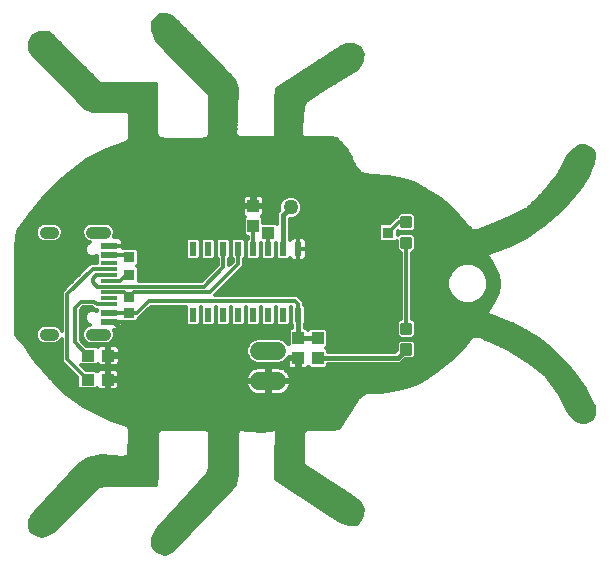
<source format=gtl>
G75*
%MOIN*%
%OFA0B0*%
%FSLAX24Y24*%
%IPPOS*%
%LPD*%
%AMOC8*
5,1,8,0,0,1.08239X$1,22.5*
%
%ADD10R,0.0433X0.0394*%
%ADD11R,0.0394X0.0433*%
%ADD12C,0.0118*%
%ADD13R,0.0236X0.0472*%
%ADD14R,0.0571X0.0118*%
%ADD15R,0.0571X0.0236*%
%ADD16R,0.0571X0.0217*%
%ADD17C,0.0394*%
%ADD18C,0.0600*%
%ADD19C,0.0500*%
%ADD20C,0.0120*%
%ADD21C,0.0160*%
%ADD22R,0.0376X0.0376*%
%ADD23R,0.0400X0.0400*%
D10*
X009822Y013983D03*
X010491Y013983D03*
X010511Y014783D03*
X009842Y014783D03*
D11*
X015346Y019099D03*
X015346Y019768D03*
X016846Y015368D03*
X017496Y015368D03*
X017496Y014699D03*
X016846Y014699D03*
D12*
X020308Y014850D02*
X020584Y014850D01*
X020308Y014850D02*
X020308Y015126D01*
X020584Y015126D01*
X020584Y014850D01*
X020584Y014967D02*
X020308Y014967D01*
X020308Y015084D02*
X020584Y015084D01*
X020584Y015541D02*
X020308Y015541D01*
X020308Y015817D01*
X020584Y015817D01*
X020584Y015541D01*
X020584Y015658D02*
X020308Y015658D01*
X020308Y015775D02*
X020584Y015775D01*
X020584Y018400D02*
X020308Y018400D01*
X020308Y018676D01*
X020584Y018676D01*
X020584Y018400D01*
X020584Y018517D02*
X020308Y018517D01*
X020308Y018634D02*
X020584Y018634D01*
X020584Y019091D02*
X020308Y019091D01*
X020308Y019367D01*
X020584Y019367D01*
X020584Y019091D01*
X020584Y019208D02*
X020308Y019208D01*
X020308Y019325D02*
X020584Y019325D01*
D13*
X016846Y018336D03*
X016346Y018336D03*
X015846Y018336D03*
X015346Y018336D03*
X014846Y018336D03*
X014346Y018336D03*
X013846Y018336D03*
X013346Y018336D03*
X013346Y016131D03*
X013846Y016131D03*
X014346Y016131D03*
X014846Y016131D03*
X015346Y016131D03*
X015846Y016131D03*
X016346Y016131D03*
X016846Y016131D03*
D14*
X010546Y016494D03*
X010546Y016691D03*
X010546Y016888D03*
X010546Y017085D03*
X010546Y017282D03*
X010546Y017479D03*
X010546Y017675D03*
X010546Y017872D03*
D15*
X010546Y018453D03*
X010546Y015914D03*
D16*
X010546Y016219D03*
X010546Y018148D03*
D17*
X010402Y018884D02*
X009970Y018884D01*
X008658Y018884D02*
X008422Y018884D01*
X008422Y015483D02*
X008658Y015483D01*
X009970Y015483D02*
X010402Y015483D01*
D18*
X015546Y014933D02*
X016146Y014933D01*
X016146Y013933D02*
X015546Y013933D01*
D19*
X016596Y019723D03*
D20*
X007896Y009083D02*
X007946Y008933D01*
X008096Y008833D01*
X008296Y008783D01*
X008496Y008833D01*
X008696Y008933D01*
X010196Y010433D01*
X010446Y010483D01*
X012096Y010483D01*
X012146Y010833D01*
X012146Y012233D01*
X012246Y012333D01*
X013746Y012333D01*
X013896Y012283D01*
X013896Y011033D01*
X013846Y010833D01*
X012146Y008983D01*
X011996Y008683D01*
X011996Y008433D01*
X012146Y008283D01*
X012396Y008183D01*
X012646Y008283D01*
X014746Y010483D01*
X014796Y010833D01*
X014796Y012083D01*
X014846Y012333D01*
X015646Y012283D01*
X016146Y012333D01*
X016096Y011233D01*
X016096Y010683D01*
X018246Y009283D01*
X018546Y009183D01*
X018796Y009183D01*
X018946Y009383D01*
X018996Y009633D01*
X018896Y009883D01*
X018646Y010083D01*
X016996Y011133D01*
X016996Y012233D01*
X017146Y012333D01*
X017996Y012333D01*
X018196Y012383D01*
X018846Y013383D01*
X019096Y013583D01*
X019596Y013583D01*
X019996Y013633D01*
X020446Y013733D01*
X020846Y013883D01*
X021096Y014033D01*
X021396Y014233D01*
X022046Y014733D01*
X022446Y015183D01*
X022646Y015433D01*
X022896Y015433D01*
X023796Y015033D01*
X024546Y014583D01*
X025096Y014133D01*
X025546Y013533D01*
X025846Y012933D01*
X026096Y012633D01*
X026296Y012583D01*
X026446Y012583D01*
X026646Y012683D01*
X026696Y012833D01*
X026696Y013083D01*
X026396Y013683D01*
X025996Y014233D01*
X025646Y014633D01*
X025246Y015033D01*
X024796Y015383D01*
X024096Y015783D01*
X023096Y016183D01*
X023396Y016683D01*
X023496Y016883D01*
X023546Y017183D01*
X023496Y017483D01*
X023296Y017883D01*
X023096Y018183D01*
X023946Y018483D01*
X024496Y018783D01*
X025146Y019233D01*
X025596Y019633D01*
X025896Y019983D01*
X026246Y020383D01*
X026496Y020783D01*
X026646Y021133D01*
X026696Y021383D01*
X026696Y021533D01*
X026596Y021683D01*
X026396Y021783D01*
X026246Y021783D01*
X026096Y021683D01*
X025846Y021433D01*
X025496Y020783D01*
X024996Y020183D01*
X024496Y019683D01*
X023796Y019333D01*
X023346Y019133D01*
X022846Y018933D01*
X022646Y018933D01*
X022446Y019133D01*
X021996Y019633D01*
X021896Y019733D01*
X021546Y020033D01*
X021146Y020283D01*
X020696Y020533D01*
X020196Y020683D01*
X019846Y020733D01*
X019296Y020783D01*
X018946Y020833D01*
X018746Y021083D01*
X018446Y021683D01*
X018146Y021983D01*
X017996Y022033D01*
X016996Y022033D01*
X016946Y022183D01*
X016946Y022433D01*
X016996Y023083D01*
X017096Y023283D01*
X017646Y023633D01*
X018796Y024333D01*
X018946Y024533D01*
X018996Y024833D01*
X018896Y025033D01*
X018696Y025133D01*
X018446Y025133D01*
X018296Y025083D01*
X016146Y023683D01*
X016096Y023333D01*
X016096Y022033D01*
X014846Y022033D01*
X014746Y022183D01*
X014796Y023683D01*
X014696Y023983D01*
X012646Y026083D01*
X012446Y026133D01*
X012246Y026133D01*
X011996Y025883D01*
X011996Y025633D01*
X012146Y025283D01*
X013896Y023483D01*
X013896Y022133D01*
X013846Y022033D01*
X013696Y021983D01*
X012346Y021983D01*
X012146Y022083D01*
X012096Y022283D01*
X012096Y023833D01*
X010246Y023833D01*
X008546Y025533D01*
X008246Y025533D01*
X007996Y025433D01*
X007896Y025233D01*
X007896Y024983D01*
X008046Y024783D01*
X009446Y023383D01*
X009746Y023033D01*
X009996Y022933D01*
X011196Y022933D01*
X011246Y022783D01*
X011246Y021983D01*
X011096Y021883D01*
X010546Y021683D01*
X009846Y021333D01*
X009246Y020883D01*
X008846Y020533D01*
X008446Y020133D01*
X007896Y019483D01*
X007496Y018933D01*
X007446Y018433D01*
X007446Y015483D01*
X007746Y015133D01*
X008046Y014683D01*
X008346Y014333D01*
X008596Y014033D01*
X009046Y013583D01*
X009746Y013083D01*
X010196Y012833D01*
X010646Y012633D01*
X010946Y012533D01*
X011196Y012433D01*
X011246Y012283D01*
X011246Y012083D01*
X011196Y011583D01*
X011196Y011433D01*
X010996Y011383D01*
X010296Y011433D01*
X009846Y011333D01*
X009546Y011133D01*
X007996Y009483D01*
X007896Y009283D01*
X007896Y009083D01*
X007900Y009073D02*
X008836Y009073D01*
X008718Y008955D02*
X007939Y008955D01*
X008092Y008836D02*
X008502Y008836D01*
X008955Y009192D02*
X007896Y009192D01*
X007910Y009310D02*
X009073Y009310D01*
X009192Y009429D02*
X007969Y009429D01*
X008056Y009547D02*
X009310Y009547D01*
X009429Y009666D02*
X008168Y009666D01*
X008279Y009784D02*
X009547Y009784D01*
X009666Y009903D02*
X008390Y009903D01*
X008502Y010021D02*
X009784Y010021D01*
X009903Y010140D02*
X008613Y010140D01*
X008724Y010258D02*
X010021Y010258D01*
X010140Y010377D02*
X008836Y010377D01*
X008947Y010495D02*
X012098Y010495D01*
X012115Y010614D02*
X009058Y010614D01*
X009169Y010732D02*
X012132Y010732D01*
X012146Y010851D02*
X009281Y010851D01*
X009392Y010969D02*
X012146Y010969D01*
X012146Y011088D02*
X009503Y011088D01*
X009656Y011206D02*
X012146Y011206D01*
X012146Y011325D02*
X009833Y011325D01*
X011005Y012510D02*
X018278Y012510D01*
X018201Y012391D02*
X011210Y012391D01*
X011246Y012273D02*
X012186Y012273D01*
X012146Y012154D02*
X011246Y012154D01*
X011241Y012036D02*
X012146Y012036D01*
X012146Y011917D02*
X011230Y011917D01*
X011218Y011799D02*
X012146Y011799D01*
X012146Y011680D02*
X011206Y011680D01*
X011196Y011562D02*
X012146Y011562D01*
X012146Y011443D02*
X011196Y011443D01*
X010661Y012628D02*
X018355Y012628D01*
X018432Y012747D02*
X010391Y012747D01*
X010139Y012865D02*
X018509Y012865D01*
X018587Y012984D02*
X009925Y012984D01*
X009720Y013102D02*
X018664Y013102D01*
X018741Y013221D02*
X009554Y013221D01*
X009388Y013339D02*
X018818Y013339D01*
X018939Y013458D02*
X009222Y013458D01*
X009056Y013576D02*
X015255Y013576D01*
X015247Y013582D02*
X015305Y013540D01*
X015370Y013507D01*
X015438Y013485D01*
X015510Y013473D01*
X015806Y013473D01*
X015806Y013893D01*
X015886Y013893D01*
X015886Y013473D01*
X016182Y013473D01*
X016254Y013485D01*
X016323Y013507D01*
X016387Y013540D01*
X016446Y013582D01*
X016497Y013634D01*
X016540Y013692D01*
X016572Y013757D01*
X016595Y013826D01*
X016606Y013893D01*
X015886Y013893D01*
X015886Y013973D01*
X016606Y013973D01*
X016595Y014041D01*
X016572Y014110D01*
X016540Y014174D01*
X016497Y014233D01*
X016446Y014284D01*
X016387Y014327D01*
X016323Y014360D01*
X016254Y014382D01*
X016182Y014393D01*
X015886Y014393D01*
X015886Y013973D01*
X015806Y013973D01*
X015806Y013893D01*
X015087Y013893D01*
X015098Y013826D01*
X015120Y013757D01*
X015153Y013692D01*
X015195Y013634D01*
X015247Y013582D01*
X015151Y013695D02*
X010839Y013695D01*
X010835Y013688D02*
X010856Y013725D01*
X010867Y013765D01*
X010867Y013945D01*
X010529Y013945D01*
X010529Y013626D01*
X010728Y013626D01*
X010769Y013637D01*
X010806Y013658D01*
X010835Y013688D01*
X010867Y013813D02*
X015101Y013813D01*
X015087Y013973D02*
X015806Y013973D01*
X015806Y014393D01*
X015510Y014393D01*
X015438Y014382D01*
X015370Y014360D01*
X015305Y014327D01*
X015247Y014284D01*
X015195Y014233D01*
X015153Y014174D01*
X015120Y014110D01*
X015098Y014041D01*
X015087Y013973D01*
X015101Y014050D02*
X010867Y014050D01*
X010867Y014022D02*
X010867Y014201D01*
X010856Y014242D01*
X010835Y014278D01*
X010806Y014308D01*
X010769Y014329D01*
X010728Y014340D01*
X010529Y014340D01*
X010529Y014022D01*
X010452Y014022D01*
X010452Y014340D01*
X010253Y014340D01*
X010213Y014329D01*
X010176Y014308D01*
X010146Y014278D01*
X010138Y014264D01*
X010092Y014310D01*
X009763Y014310D01*
X009617Y014456D01*
X010112Y014456D01*
X010158Y014503D01*
X010166Y014488D01*
X010196Y014458D01*
X010233Y014437D01*
X010273Y014426D01*
X010472Y014426D01*
X010472Y014745D01*
X010549Y014745D01*
X010549Y014426D01*
X010748Y014426D01*
X010789Y014437D01*
X010826Y014458D01*
X010855Y014488D01*
X010876Y014525D01*
X010887Y014565D01*
X010887Y014745D01*
X010549Y014745D01*
X010549Y014822D01*
X010472Y014822D01*
X010472Y015140D01*
X010273Y015140D01*
X010233Y015129D01*
X010196Y015108D01*
X010166Y015078D01*
X010158Y015064D01*
X010112Y015110D01*
X009783Y015110D01*
X009586Y015307D01*
X009586Y016305D01*
X009675Y016393D01*
X009967Y016393D01*
X010056Y016304D01*
X010131Y016304D01*
X010131Y016257D01*
X010123Y016264D01*
X010029Y016303D01*
X009926Y016303D01*
X009831Y016264D01*
X009759Y016192D01*
X009719Y016097D01*
X009719Y015994D01*
X009759Y015899D01*
X009831Y015827D01*
X009889Y015803D01*
X009784Y015760D01*
X009692Y015668D01*
X009643Y015548D01*
X009643Y015418D01*
X009692Y015297D01*
X009784Y015205D01*
X009904Y015156D01*
X010467Y015156D01*
X010588Y015205D01*
X010680Y015297D01*
X010729Y015418D01*
X010729Y015548D01*
X010693Y015636D01*
X010853Y015636D01*
X010893Y015646D01*
X010930Y015668D01*
X010960Y015697D01*
X010981Y015734D01*
X010992Y015774D01*
X010992Y015895D01*
X011448Y015895D01*
X011524Y015971D01*
X011524Y016023D01*
X011545Y016023D01*
X011935Y016413D01*
X013098Y016413D01*
X013098Y015841D01*
X013174Y015765D01*
X013518Y015765D01*
X013594Y015841D01*
X013594Y016413D01*
X013598Y016413D01*
X013598Y015841D01*
X013674Y015765D01*
X014018Y015765D01*
X014094Y015841D01*
X014094Y016413D01*
X014098Y016413D01*
X014098Y015841D01*
X014174Y015765D01*
X014518Y015765D01*
X014594Y015841D01*
X014594Y016413D01*
X014598Y016413D01*
X014598Y015841D01*
X014674Y015765D01*
X015018Y015765D01*
X015094Y015841D01*
X015094Y016413D01*
X015098Y016413D01*
X015098Y015841D01*
X015174Y015765D01*
X015518Y015765D01*
X015594Y015841D01*
X015594Y016413D01*
X015598Y016413D01*
X015598Y015841D01*
X015674Y015765D01*
X016018Y015765D01*
X016094Y015841D01*
X016094Y016413D01*
X016098Y016413D01*
X016098Y015841D01*
X016174Y015765D01*
X016518Y015765D01*
X016594Y015841D01*
X016594Y016413D01*
X016598Y016413D01*
X016598Y015841D01*
X016636Y015803D01*
X016636Y015715D01*
X016595Y015715D01*
X016519Y015638D01*
X016519Y015156D01*
X016511Y015177D01*
X016390Y015298D01*
X016232Y015363D01*
X015461Y015363D01*
X015303Y015298D01*
X015182Y015177D01*
X015116Y015019D01*
X015116Y014848D01*
X015182Y014690D01*
X015303Y014569D01*
X015461Y014503D01*
X016232Y014503D01*
X016390Y014569D01*
X016511Y014690D01*
X016530Y014737D01*
X016808Y014737D01*
X016808Y014660D01*
X016885Y014660D01*
X016885Y014322D01*
X017064Y014322D01*
X017105Y014333D01*
X017141Y014354D01*
X017171Y014384D01*
X017187Y014411D01*
X017245Y014352D01*
X017747Y014352D01*
X017823Y014428D01*
X017823Y014489D01*
X020244Y014489D01*
X020416Y014661D01*
X020662Y014661D01*
X020773Y014772D01*
X020773Y015204D01*
X020662Y015315D01*
X020230Y015315D01*
X020119Y015204D01*
X020119Y014958D01*
X020070Y014909D01*
X017823Y014909D01*
X017823Y014969D01*
X017759Y015033D01*
X017823Y015098D01*
X017823Y015638D01*
X017747Y015715D01*
X017245Y015715D01*
X017171Y015640D01*
X017097Y015715D01*
X017056Y015715D01*
X017056Y015803D01*
X017094Y015841D01*
X017094Y016421D01*
X017036Y016479D01*
X017036Y016572D01*
X016815Y016793D01*
X014075Y016793D01*
X015036Y017755D01*
X015036Y017988D01*
X015094Y018046D01*
X015094Y018626D01*
X015018Y018702D01*
X014674Y018702D01*
X014598Y018626D01*
X014598Y018046D01*
X014656Y017988D01*
X014656Y017912D01*
X014536Y017792D01*
X014536Y017988D01*
X014594Y018046D01*
X014594Y018626D01*
X014518Y018702D01*
X014174Y018702D01*
X014098Y018626D01*
X014098Y018046D01*
X014156Y017988D01*
X014156Y017812D01*
X013619Y017275D01*
X011524Y017275D01*
X011524Y017705D01*
X011466Y017763D01*
X011524Y017821D01*
X011524Y018305D01*
X011448Y018381D01*
X010992Y018381D01*
X010992Y018453D01*
X010992Y018592D01*
X010981Y018633D01*
X010960Y018669D01*
X010930Y018699D01*
X010893Y018720D01*
X010853Y018731D01*
X010693Y018731D01*
X010729Y018819D01*
X010729Y018949D01*
X010680Y019069D01*
X010588Y019161D01*
X010467Y019211D01*
X009904Y019211D01*
X009784Y019161D01*
X009692Y019069D01*
X009643Y018949D01*
X009643Y018819D01*
X009692Y018699D01*
X009784Y018607D01*
X009889Y018564D01*
X009831Y018540D01*
X009759Y018467D01*
X009719Y018372D01*
X009719Y018270D01*
X009759Y018175D01*
X009831Y018102D01*
X009926Y018063D01*
X010029Y018063D01*
X010123Y018102D01*
X010131Y018110D01*
X010131Y017986D01*
X010131Y017985D01*
X010131Y017865D01*
X009910Y017865D01*
X009067Y017023D01*
X008956Y016912D01*
X008956Y015618D01*
X008935Y015668D01*
X008844Y015760D01*
X008723Y015809D01*
X008357Y015809D01*
X008237Y015760D01*
X008145Y015668D01*
X008095Y015548D01*
X008095Y015418D01*
X008145Y015297D01*
X008237Y015205D01*
X008357Y015156D01*
X008723Y015156D01*
X008844Y015205D01*
X008935Y015297D01*
X008956Y015347D01*
X008956Y014580D01*
X009475Y014061D01*
X009475Y013733D01*
X009551Y013656D01*
X010092Y013656D01*
X010138Y013703D01*
X010146Y013688D01*
X010176Y013658D01*
X010213Y013637D01*
X010253Y013626D01*
X010452Y013626D01*
X010452Y013945D01*
X010529Y013945D01*
X010529Y014022D01*
X010867Y014022D01*
X010867Y013932D02*
X015806Y013932D01*
X015886Y013932D02*
X020927Y013932D01*
X021122Y014050D02*
X016592Y014050D01*
X016542Y014169D02*
X021299Y014169D01*
X021466Y014287D02*
X016442Y014287D01*
X016521Y014384D02*
X016551Y014354D01*
X016588Y014333D01*
X016628Y014322D01*
X016808Y014322D01*
X016808Y014660D01*
X016489Y014660D01*
X016489Y014461D01*
X016500Y014420D01*
X016521Y014384D01*
X016509Y014406D02*
X009668Y014406D01*
X009367Y014169D02*
X008483Y014169D01*
X008384Y014287D02*
X009249Y014287D01*
X009130Y014406D02*
X008284Y014406D01*
X008182Y014524D02*
X009012Y014524D01*
X008956Y014643D02*
X008081Y014643D01*
X007994Y014761D02*
X008956Y014761D01*
X008956Y014880D02*
X007915Y014880D01*
X007836Y014998D02*
X008956Y014998D01*
X008956Y015117D02*
X007757Y015117D01*
X007659Y015235D02*
X008207Y015235D01*
X008122Y015354D02*
X007557Y015354D01*
X007456Y015472D02*
X008095Y015472D01*
X008113Y015591D02*
X007446Y015591D01*
X007446Y015709D02*
X008187Y015709D01*
X008894Y015709D02*
X008956Y015709D01*
X008956Y015828D02*
X007446Y015828D01*
X007446Y015946D02*
X008956Y015946D01*
X008956Y016065D02*
X007446Y016065D01*
X007446Y016183D02*
X008956Y016183D01*
X008956Y016302D02*
X007446Y016302D01*
X007446Y016420D02*
X008956Y016420D01*
X008956Y016539D02*
X007446Y016539D01*
X007446Y016657D02*
X008956Y016657D01*
X008956Y016776D02*
X007446Y016776D01*
X007446Y016894D02*
X008956Y016894D01*
X009057Y017013D02*
X007446Y017013D01*
X007446Y017131D02*
X009176Y017131D01*
X009294Y017250D02*
X007446Y017250D01*
X007446Y017368D02*
X009413Y017368D01*
X009531Y017487D02*
X007446Y017487D01*
X007446Y017605D02*
X009650Y017605D01*
X009768Y017724D02*
X007446Y017724D01*
X007446Y017842D02*
X009887Y017842D01*
X009988Y017675D02*
X009146Y016833D01*
X009146Y014659D01*
X009822Y013983D01*
X009475Y013932D02*
X008698Y013932D01*
X008582Y014050D02*
X009475Y014050D01*
X009475Y013813D02*
X008816Y013813D01*
X008935Y013695D02*
X009513Y013695D01*
X010130Y013695D02*
X010142Y013695D01*
X010452Y013695D02*
X010529Y013695D01*
X010529Y013813D02*
X010452Y013813D01*
X010452Y013932D02*
X010529Y013932D01*
X010529Y014050D02*
X010452Y014050D01*
X010452Y014169D02*
X010529Y014169D01*
X010529Y014287D02*
X010452Y014287D01*
X010472Y014524D02*
X010549Y014524D01*
X010549Y014643D02*
X010472Y014643D01*
X010549Y014761D02*
X015152Y014761D01*
X015116Y014880D02*
X010887Y014880D01*
X010887Y014822D02*
X010887Y015001D01*
X010876Y015042D01*
X010855Y015078D01*
X010826Y015108D01*
X010789Y015129D01*
X010748Y015140D01*
X010549Y015140D01*
X010549Y014822D01*
X010887Y014822D01*
X010887Y014998D02*
X015116Y014998D01*
X015157Y015117D02*
X010811Y015117D01*
X010618Y015235D02*
X015240Y015235D01*
X015438Y015354D02*
X010703Y015354D01*
X010729Y015472D02*
X016519Y015472D01*
X016519Y015354D02*
X016255Y015354D01*
X016452Y015235D02*
X016519Y015235D01*
X016519Y015591D02*
X010711Y015591D01*
X010967Y015709D02*
X016590Y015709D01*
X016581Y015828D02*
X016611Y015828D01*
X016598Y015946D02*
X016594Y015946D01*
X016594Y016065D02*
X016598Y016065D01*
X016594Y016183D02*
X016598Y016183D01*
X016594Y016302D02*
X016598Y016302D01*
X016846Y016131D02*
X016846Y016493D01*
X016736Y016603D01*
X011856Y016603D01*
X011466Y016213D01*
X011206Y016213D01*
X011201Y016219D01*
X010546Y016219D01*
X010546Y016494D02*
X010135Y016494D01*
X010046Y016583D01*
X009596Y016583D01*
X009396Y016383D01*
X009396Y015229D01*
X009842Y014783D01*
X009777Y015117D02*
X010211Y015117D01*
X010472Y015117D02*
X010549Y015117D01*
X010549Y014998D02*
X010472Y014998D01*
X010472Y014880D02*
X010549Y014880D01*
X010887Y014643D02*
X015229Y014643D01*
X015410Y014524D02*
X010876Y014524D01*
X010826Y014287D02*
X015251Y014287D01*
X015150Y014169D02*
X010867Y014169D01*
X010155Y014287D02*
X010115Y014287D01*
X009754Y015235D02*
X009658Y015235D01*
X009669Y015354D02*
X009586Y015354D01*
X009586Y015472D02*
X009643Y015472D01*
X009660Y015591D02*
X009586Y015591D01*
X009586Y015709D02*
X009734Y015709D01*
X009830Y015828D02*
X009586Y015828D01*
X009586Y015946D02*
X009739Y015946D01*
X009719Y016065D02*
X009586Y016065D01*
X009586Y016183D02*
X009755Y016183D01*
X009922Y016302D02*
X009586Y016302D01*
X010033Y016302D02*
X010131Y016302D01*
X010546Y015914D02*
X010946Y015914D01*
X010946Y015914D01*
X010546Y015914D01*
X010546Y015914D01*
X010992Y015828D02*
X013111Y015828D01*
X013098Y015946D02*
X011499Y015946D01*
X011586Y016065D02*
X013098Y016065D01*
X013098Y016183D02*
X011705Y016183D01*
X011823Y016302D02*
X013098Y016302D01*
X013594Y016302D02*
X013598Y016302D01*
X013594Y016183D02*
X013598Y016183D01*
X013594Y016065D02*
X013598Y016065D01*
X013594Y015946D02*
X013598Y015946D01*
X013611Y015828D02*
X013581Y015828D01*
X014081Y015828D02*
X014111Y015828D01*
X014098Y015946D02*
X014094Y015946D01*
X014094Y016065D02*
X014098Y016065D01*
X014094Y016183D02*
X014098Y016183D01*
X014094Y016302D02*
X014098Y016302D01*
X014594Y016302D02*
X014598Y016302D01*
X014594Y016183D02*
X014598Y016183D01*
X014594Y016065D02*
X014598Y016065D01*
X014594Y015946D02*
X014598Y015946D01*
X014611Y015828D02*
X014581Y015828D01*
X015081Y015828D02*
X015111Y015828D01*
X015098Y015946D02*
X015094Y015946D01*
X015094Y016065D02*
X015098Y016065D01*
X015094Y016183D02*
X015098Y016183D01*
X015094Y016302D02*
X015098Y016302D01*
X015594Y016302D02*
X015598Y016302D01*
X015594Y016183D02*
X015598Y016183D01*
X015594Y016065D02*
X015598Y016065D01*
X015594Y015946D02*
X015598Y015946D01*
X015611Y015828D02*
X015581Y015828D01*
X016081Y015828D02*
X016111Y015828D01*
X016098Y015946D02*
X016094Y015946D01*
X016094Y016065D02*
X016098Y016065D01*
X016094Y016183D02*
X016098Y016183D01*
X016094Y016302D02*
X016098Y016302D01*
X016832Y016776D02*
X020256Y016776D01*
X020256Y016894D02*
X014176Y016894D01*
X014294Y017013D02*
X020256Y017013D01*
X020256Y017131D02*
X014413Y017131D01*
X014531Y017250D02*
X020256Y017250D01*
X020256Y017368D02*
X014650Y017368D01*
X014768Y017487D02*
X020256Y017487D01*
X020256Y017605D02*
X014887Y017605D01*
X015005Y017724D02*
X020256Y017724D01*
X020256Y017842D02*
X015036Y017842D01*
X015036Y017961D02*
X016648Y017961D01*
X016630Y017971D02*
X016666Y017950D01*
X016707Y017939D01*
X016846Y017939D01*
X016846Y018336D01*
X016846Y018732D01*
X016707Y018732D01*
X016666Y018721D01*
X016630Y018700D01*
X016600Y018670D01*
X016582Y018638D01*
X016556Y018664D01*
X016556Y019343D01*
X016672Y019343D01*
X016811Y019401D01*
X016918Y019508D01*
X016976Y019648D01*
X016976Y019799D01*
X016918Y019939D01*
X016811Y020045D01*
X016672Y020103D01*
X016521Y020103D01*
X016381Y020045D01*
X016274Y019939D01*
X016216Y019799D01*
X016216Y019648D01*
X016218Y019642D01*
X016136Y019560D01*
X016136Y019177D01*
X016100Y019213D01*
X015673Y019213D01*
X015673Y019369D01*
X015627Y019415D01*
X015641Y019423D01*
X015671Y019453D01*
X015692Y019490D01*
X015703Y019530D01*
X015703Y019730D01*
X015385Y019730D01*
X015385Y019806D01*
X015703Y019806D01*
X015703Y020006D01*
X015692Y020046D01*
X015671Y020083D01*
X015641Y020113D01*
X015605Y020134D01*
X015564Y020145D01*
X015385Y020145D01*
X015385Y019806D01*
X015308Y019806D01*
X015308Y019730D01*
X014989Y019730D01*
X014989Y019530D01*
X015000Y019490D01*
X015021Y019453D01*
X015051Y019423D01*
X015065Y019415D01*
X015019Y019369D01*
X015019Y018828D01*
X015095Y018752D01*
X015156Y018752D01*
X015156Y018684D01*
X015098Y018626D01*
X015098Y018046D01*
X015174Y017969D01*
X015518Y017969D01*
X015594Y018046D01*
X015594Y018553D01*
X015598Y018553D01*
X015598Y018046D01*
X015674Y017969D01*
X016018Y017969D01*
X016094Y018046D01*
X016094Y018553D01*
X016098Y018553D01*
X016098Y018046D01*
X016174Y017969D01*
X016518Y017969D01*
X016582Y018033D01*
X016600Y018001D01*
X016630Y017971D01*
X016846Y017961D02*
X016846Y017961D01*
X016846Y017939D02*
X016985Y017939D01*
X017026Y017950D01*
X017063Y017971D01*
X017092Y018001D01*
X017113Y018038D01*
X017124Y018078D01*
X017124Y018336D01*
X017124Y018593D01*
X017113Y018634D01*
X017092Y018670D01*
X017063Y018700D01*
X017026Y018721D01*
X016985Y018732D01*
X016846Y018732D01*
X016846Y018336D01*
X016846Y018336D01*
X017124Y018336D01*
X016846Y018336D01*
X016846Y018336D01*
X016846Y018336D01*
X016846Y017939D01*
X016846Y018079D02*
X016846Y018079D01*
X016846Y018198D02*
X016846Y018198D01*
X016846Y018316D02*
X016846Y018316D01*
X016846Y018435D02*
X016846Y018435D01*
X016846Y018553D02*
X016846Y018553D01*
X016846Y018672D02*
X016846Y018672D01*
X016602Y018672D02*
X016556Y018672D01*
X016556Y018790D02*
X019528Y018790D01*
X019528Y018672D02*
X017091Y018672D01*
X017124Y018553D02*
X020119Y018553D01*
X020088Y018565D02*
X020119Y018596D01*
X020119Y018322D01*
X020230Y018211D01*
X020256Y018211D01*
X020256Y016005D01*
X020230Y016005D01*
X020119Y015895D01*
X020119Y015463D01*
X020230Y015352D01*
X020662Y015352D01*
X020773Y015463D01*
X020773Y015895D01*
X020662Y016005D01*
X020636Y016005D01*
X020636Y018211D01*
X020662Y018211D01*
X020773Y018322D01*
X020773Y018754D01*
X020662Y018865D01*
X020230Y018865D01*
X020164Y018799D01*
X020164Y018933D01*
X020182Y018950D01*
X020230Y018902D01*
X020662Y018902D01*
X020773Y019013D01*
X020773Y019445D01*
X020662Y019555D01*
X020230Y019555D01*
X020119Y019445D01*
X020119Y019419D01*
X020113Y019419D01*
X019896Y019201D01*
X019604Y019201D01*
X019528Y019125D01*
X019528Y018641D01*
X019604Y018565D01*
X020088Y018565D01*
X020119Y018435D02*
X017124Y018435D01*
X017124Y018316D02*
X020125Y018316D01*
X020256Y018198D02*
X017124Y018198D01*
X017124Y018079D02*
X020256Y018079D01*
X020256Y017961D02*
X017044Y017961D01*
X016556Y018909D02*
X019528Y018909D01*
X019528Y019027D02*
X016556Y019027D01*
X016556Y019146D02*
X019549Y019146D01*
X019846Y018883D02*
X020191Y019229D01*
X020446Y019229D01*
X020773Y019264D02*
X022328Y019264D01*
X022435Y019146D02*
X020773Y019146D01*
X020773Y019027D02*
X022552Y019027D01*
X022222Y019383D02*
X020773Y019383D01*
X020716Y019501D02*
X022115Y019501D01*
X022008Y019620D02*
X016965Y019620D01*
X016976Y019738D02*
X021890Y019738D01*
X021752Y019857D02*
X016952Y019857D01*
X016882Y019975D02*
X021614Y019975D01*
X021449Y020094D02*
X016695Y020094D01*
X016498Y020094D02*
X015660Y020094D01*
X015703Y019975D02*
X016311Y019975D01*
X016240Y019857D02*
X015703Y019857D01*
X015703Y019620D02*
X016196Y019620D01*
X016216Y019738D02*
X015385Y019738D01*
X015308Y019738D02*
X008112Y019738D01*
X008012Y019620D02*
X014989Y019620D01*
X014997Y019501D02*
X007911Y019501D01*
X007823Y019383D02*
X015033Y019383D01*
X015019Y019264D02*
X007737Y019264D01*
X007651Y019146D02*
X008222Y019146D01*
X008237Y019161D02*
X008145Y019069D01*
X008095Y018949D01*
X008095Y018819D01*
X008145Y018699D01*
X008237Y018607D01*
X008357Y018557D01*
X008723Y018557D01*
X008844Y018607D01*
X008935Y018699D01*
X008985Y018819D01*
X008985Y018949D01*
X008935Y019069D01*
X008844Y019161D01*
X008723Y019211D01*
X008357Y019211D01*
X008237Y019161D01*
X008128Y019027D02*
X007565Y019027D01*
X007494Y018909D02*
X008095Y018909D01*
X008107Y018790D02*
X007482Y018790D01*
X007470Y018672D02*
X008172Y018672D01*
X008859Y019146D02*
X009769Y019146D01*
X009675Y019027D02*
X008953Y019027D01*
X008985Y018909D02*
X009643Y018909D01*
X009654Y018790D02*
X008973Y018790D01*
X008908Y018672D02*
X009719Y018672D01*
X009864Y018553D02*
X007458Y018553D01*
X007446Y018435D02*
X009745Y018435D01*
X009719Y018316D02*
X007446Y018316D01*
X007446Y018198D02*
X009749Y018198D01*
X009887Y018079D02*
X007446Y018079D01*
X007446Y017961D02*
X010131Y017961D01*
X010131Y017985D02*
X010131Y017985D01*
X010131Y018079D02*
X010068Y018079D01*
X009988Y017675D02*
X010546Y017675D01*
X010546Y017479D02*
X010541Y017473D01*
X010116Y017473D01*
X009996Y017353D01*
X009996Y017223D01*
X010135Y017085D01*
X010546Y017085D01*
X013698Y017085D01*
X014346Y017733D01*
X014346Y018336D01*
X014098Y018316D02*
X014094Y018316D01*
X014094Y018198D02*
X014098Y018198D01*
X014094Y018079D02*
X014098Y018079D01*
X014094Y018046D02*
X014094Y018626D01*
X014018Y018702D01*
X013674Y018702D01*
X013598Y018626D01*
X013598Y018046D01*
X013674Y017969D01*
X014018Y017969D01*
X014094Y018046D01*
X014156Y017961D02*
X011524Y017961D01*
X011524Y018079D02*
X013098Y018079D01*
X013098Y018046D02*
X013174Y017969D01*
X013518Y017969D01*
X013594Y018046D01*
X013594Y018626D01*
X013518Y018702D01*
X013174Y018702D01*
X013098Y018626D01*
X013098Y018046D01*
X013098Y018198D02*
X011524Y018198D01*
X011513Y018316D02*
X013098Y018316D01*
X013098Y018435D02*
X010992Y018435D01*
X010992Y018453D02*
X010546Y018453D01*
X010546Y018453D01*
X010992Y018453D01*
X010992Y018553D02*
X013098Y018553D01*
X013144Y018672D02*
X010957Y018672D01*
X010717Y018790D02*
X015057Y018790D01*
X015048Y018672D02*
X015144Y018672D01*
X015098Y018553D02*
X015094Y018553D01*
X015094Y018435D02*
X015098Y018435D01*
X015094Y018316D02*
X015098Y018316D01*
X015094Y018198D02*
X015098Y018198D01*
X015094Y018079D02*
X015098Y018079D01*
X014846Y017833D02*
X014846Y018336D01*
X014598Y018316D02*
X014594Y018316D01*
X014594Y018198D02*
X014598Y018198D01*
X014594Y018079D02*
X014598Y018079D01*
X014656Y017961D02*
X014536Y017961D01*
X014536Y017842D02*
X014587Y017842D01*
X014846Y017833D02*
X013901Y016888D01*
X011371Y016888D01*
X011206Y016723D01*
X011041Y016888D01*
X010546Y016888D01*
X010546Y017283D02*
X010906Y017283D01*
X011086Y017463D01*
X011206Y017463D01*
X011524Y017487D02*
X013831Y017487D01*
X013950Y017605D02*
X011524Y017605D01*
X011506Y017724D02*
X014068Y017724D01*
X014156Y017842D02*
X011524Y017842D01*
X011206Y018063D02*
X011126Y018143D01*
X010551Y018143D01*
X010546Y018148D01*
X010729Y018909D02*
X015019Y018909D01*
X015019Y019027D02*
X010697Y019027D01*
X010603Y019146D02*
X015019Y019146D01*
X014644Y018672D02*
X014548Y018672D01*
X014594Y018553D02*
X014598Y018553D01*
X014594Y018435D02*
X014598Y018435D01*
X014098Y018435D02*
X014094Y018435D01*
X014094Y018553D02*
X014098Y018553D01*
X014144Y018672D02*
X014048Y018672D01*
X013644Y018672D02*
X013548Y018672D01*
X013594Y018553D02*
X013598Y018553D01*
X013594Y018435D02*
X013598Y018435D01*
X013594Y018316D02*
X013598Y018316D01*
X013594Y018198D02*
X013598Y018198D01*
X013594Y018079D02*
X013598Y018079D01*
X013713Y017368D02*
X011524Y017368D01*
X008956Y015235D02*
X008873Y015235D01*
X013644Y010614D02*
X014765Y010614D01*
X014782Y010732D02*
X013753Y010732D01*
X013851Y010851D02*
X014796Y010851D01*
X014796Y010969D02*
X013880Y010969D01*
X013896Y011088D02*
X014796Y011088D01*
X014796Y011206D02*
X013896Y011206D01*
X013896Y011325D02*
X014796Y011325D01*
X014796Y011443D02*
X013896Y011443D01*
X013896Y011562D02*
X014796Y011562D01*
X014796Y011680D02*
X013896Y011680D01*
X013896Y011799D02*
X014796Y011799D01*
X014796Y011917D02*
X013896Y011917D01*
X013896Y012036D02*
X014796Y012036D01*
X014810Y012154D02*
X013896Y012154D01*
X013896Y012273D02*
X014834Y012273D01*
X016111Y011562D02*
X016996Y011562D01*
X016996Y011680D02*
X016116Y011680D01*
X016122Y011799D02*
X016996Y011799D01*
X016996Y011917D02*
X016127Y011917D01*
X016133Y012036D02*
X016996Y012036D01*
X016996Y012154D02*
X016138Y012154D01*
X016143Y012273D02*
X017055Y012273D01*
X016996Y011443D02*
X016106Y011443D01*
X016100Y011325D02*
X016996Y011325D01*
X016996Y011206D02*
X016096Y011206D01*
X016096Y011088D02*
X017068Y011088D01*
X017254Y010969D02*
X016096Y010969D01*
X016096Y010851D02*
X017440Y010851D01*
X017626Y010732D02*
X016096Y010732D01*
X016203Y010614D02*
X017813Y010614D01*
X017999Y010495D02*
X016385Y010495D01*
X016567Y010377D02*
X018185Y010377D01*
X018371Y010258D02*
X016749Y010258D01*
X016931Y010140D02*
X018557Y010140D01*
X018724Y010021D02*
X017113Y010021D01*
X017295Y009903D02*
X018872Y009903D01*
X018936Y009784D02*
X017477Y009784D01*
X017659Y009666D02*
X018983Y009666D01*
X018979Y009547D02*
X017841Y009547D01*
X018023Y009429D02*
X018955Y009429D01*
X018891Y009310D02*
X018205Y009310D01*
X018521Y009192D02*
X018803Y009192D01*
X014748Y010495D02*
X013536Y010495D01*
X013427Y010377D02*
X014645Y010377D01*
X014531Y010258D02*
X013318Y010258D01*
X013209Y010140D02*
X014418Y010140D01*
X014305Y010021D02*
X013100Y010021D01*
X012991Y009903D02*
X014192Y009903D01*
X014079Y009784D02*
X012882Y009784D01*
X012773Y009666D02*
X013966Y009666D01*
X013853Y009547D02*
X012664Y009547D01*
X012556Y009429D02*
X013740Y009429D01*
X013627Y009310D02*
X012447Y009310D01*
X012338Y009192D02*
X013513Y009192D01*
X013400Y009073D02*
X012229Y009073D01*
X012132Y008955D02*
X013287Y008955D01*
X013174Y008836D02*
X012073Y008836D01*
X012013Y008718D02*
X013061Y008718D01*
X012948Y008599D02*
X011996Y008599D01*
X011996Y008481D02*
X012835Y008481D01*
X012722Y008362D02*
X012067Y008362D01*
X012245Y008244D02*
X012547Y008244D01*
X015806Y013576D02*
X015886Y013576D01*
X015886Y013695D02*
X015806Y013695D01*
X015806Y013813D02*
X015886Y013813D01*
X015886Y014050D02*
X015806Y014050D01*
X015806Y014169D02*
X015886Y014169D01*
X015886Y014287D02*
X015806Y014287D01*
X016282Y014524D02*
X016489Y014524D01*
X016489Y014643D02*
X016464Y014643D01*
X016808Y014643D02*
X016885Y014643D01*
X016885Y014524D02*
X016808Y014524D01*
X016808Y014406D02*
X016885Y014406D01*
X017184Y014406D02*
X017192Y014406D01*
X017801Y014406D02*
X021620Y014406D01*
X021775Y014524D02*
X020279Y014524D01*
X020398Y014643D02*
X021929Y014643D01*
X022071Y014761D02*
X020762Y014761D01*
X020773Y014880D02*
X022176Y014880D01*
X022282Y014998D02*
X020773Y014998D01*
X020773Y015117D02*
X022387Y015117D01*
X022488Y015235D02*
X020742Y015235D01*
X020664Y015354D02*
X022583Y015354D01*
X023075Y015354D02*
X024834Y015354D01*
X024986Y015235D02*
X023342Y015235D01*
X023608Y015117D02*
X025139Y015117D01*
X025281Y014998D02*
X023854Y014998D01*
X024052Y014880D02*
X025400Y014880D01*
X025518Y014761D02*
X024249Y014761D01*
X024447Y014643D02*
X025637Y014643D01*
X025742Y014524D02*
X024618Y014524D01*
X024763Y014406D02*
X025845Y014406D01*
X025949Y014287D02*
X024908Y014287D01*
X025053Y014169D02*
X026043Y014169D01*
X026129Y014050D02*
X025158Y014050D01*
X025247Y013932D02*
X026215Y013932D01*
X026302Y013813D02*
X025336Y013813D01*
X025425Y013695D02*
X026388Y013695D01*
X026450Y013576D02*
X025514Y013576D01*
X025584Y013458D02*
X026509Y013458D01*
X026568Y013339D02*
X025643Y013339D01*
X025702Y013221D02*
X026627Y013221D01*
X026687Y013102D02*
X025762Y013102D01*
X025821Y012984D02*
X026696Y012984D01*
X026696Y012865D02*
X025903Y012865D01*
X026002Y012747D02*
X026667Y012747D01*
X026536Y012628D02*
X026116Y012628D01*
X024640Y015472D02*
X020773Y015472D01*
X020773Y015591D02*
X024433Y015591D01*
X024226Y015709D02*
X020773Y015709D01*
X020773Y015828D02*
X023985Y015828D01*
X023689Y015946D02*
X020721Y015946D01*
X020636Y016065D02*
X023392Y016065D01*
X023167Y016302D02*
X020636Y016302D01*
X020636Y016420D02*
X023238Y016420D01*
X023309Y016539D02*
X022720Y016539D01*
X022632Y016502D02*
X022882Y016606D01*
X023074Y016797D01*
X023177Y017048D01*
X023177Y017319D01*
X023074Y017569D01*
X022882Y017761D01*
X022632Y017865D01*
X022361Y017865D01*
X022110Y017761D01*
X021919Y017569D01*
X021815Y017319D01*
X021815Y017048D01*
X021919Y016797D01*
X022110Y016606D01*
X022361Y016502D01*
X022632Y016502D01*
X022934Y016657D02*
X023381Y016657D01*
X023442Y016776D02*
X023052Y016776D01*
X023114Y016894D02*
X023498Y016894D01*
X023518Y017013D02*
X023163Y017013D01*
X023177Y017131D02*
X023538Y017131D01*
X023535Y017250D02*
X023177Y017250D01*
X023157Y017368D02*
X023515Y017368D01*
X023494Y017487D02*
X023108Y017487D01*
X023037Y017605D02*
X023435Y017605D01*
X023376Y017724D02*
X022919Y017724D01*
X022685Y017842D02*
X023317Y017842D01*
X023244Y017961D02*
X020636Y017961D01*
X020636Y018079D02*
X023165Y018079D01*
X023137Y018198D02*
X020636Y018198D01*
X020767Y018316D02*
X023473Y018316D01*
X023809Y018435D02*
X020773Y018435D01*
X020773Y018553D02*
X024075Y018553D01*
X024292Y018672D02*
X020773Y018672D01*
X020737Y018790D02*
X024506Y018790D01*
X024678Y018909D02*
X020669Y018909D01*
X020446Y018538D02*
X020446Y015679D01*
X020171Y015946D02*
X017094Y015946D01*
X017081Y015828D02*
X020119Y015828D01*
X020119Y015709D02*
X017752Y015709D01*
X017823Y015591D02*
X020119Y015591D01*
X020119Y015472D02*
X017823Y015472D01*
X017823Y015354D02*
X020228Y015354D01*
X020151Y015235D02*
X017823Y015235D01*
X017823Y015117D02*
X020119Y015117D01*
X020119Y014998D02*
X017794Y014998D01*
X017240Y015709D02*
X017102Y015709D01*
X017094Y016065D02*
X020256Y016065D01*
X020256Y016183D02*
X017094Y016183D01*
X017094Y016302D02*
X020256Y016302D01*
X020256Y016420D02*
X017094Y016420D01*
X017036Y016539D02*
X020256Y016539D01*
X020256Y016657D02*
X016951Y016657D01*
X016098Y018079D02*
X016094Y018079D01*
X016094Y018198D02*
X016098Y018198D01*
X016094Y018316D02*
X016098Y018316D01*
X016094Y018435D02*
X016098Y018435D01*
X015846Y018336D02*
X015846Y018883D01*
X015598Y018435D02*
X015594Y018435D01*
X015594Y018316D02*
X015598Y018316D01*
X015594Y018198D02*
X015598Y018198D01*
X015594Y018079D02*
X015598Y018079D01*
X015346Y018336D02*
X015346Y019099D01*
X015673Y019264D02*
X016136Y019264D01*
X016136Y019383D02*
X015659Y019383D01*
X015695Y019501D02*
X016136Y019501D01*
X016556Y019264D02*
X019959Y019264D01*
X020077Y019383D02*
X016767Y019383D01*
X016912Y019501D02*
X020176Y019501D01*
X020164Y018909D02*
X020223Y018909D01*
X020636Y017842D02*
X022307Y017842D01*
X022073Y017724D02*
X020636Y017724D01*
X020636Y017605D02*
X021955Y017605D01*
X021885Y017487D02*
X020636Y017487D01*
X020636Y017368D02*
X021836Y017368D01*
X021815Y017250D02*
X020636Y017250D01*
X020636Y017131D02*
X021815Y017131D01*
X021829Y017013D02*
X020636Y017013D01*
X020636Y016894D02*
X021879Y016894D01*
X021940Y016776D02*
X020636Y016776D01*
X020636Y016657D02*
X022059Y016657D01*
X022272Y016539D02*
X020636Y016539D01*
X020636Y016183D02*
X023096Y016183D01*
X020660Y013813D02*
X016591Y013813D01*
X016541Y013695D02*
X020273Y013695D01*
X019087Y013576D02*
X016437Y013576D01*
X015308Y019806D02*
X014989Y019806D01*
X014989Y020006D01*
X015000Y020046D01*
X015021Y020083D01*
X015051Y020113D01*
X015088Y020134D01*
X015128Y020145D01*
X015308Y020145D01*
X015308Y019806D01*
X015308Y019857D02*
X015385Y019857D01*
X015385Y019975D02*
X015308Y019975D01*
X015308Y020094D02*
X015385Y020094D01*
X015032Y020094D02*
X008413Y020094D01*
X008313Y019975D02*
X014989Y019975D01*
X014989Y019857D02*
X008212Y019857D01*
X008525Y020212D02*
X021260Y020212D01*
X021061Y020331D02*
X008644Y020331D01*
X008762Y020449D02*
X020847Y020449D01*
X020581Y020568D02*
X008886Y020568D01*
X009021Y020686D02*
X020175Y020686D01*
X019145Y020805D02*
X009157Y020805D01*
X009300Y020923D02*
X018874Y020923D01*
X018779Y021042D02*
X009458Y021042D01*
X009616Y021160D02*
X018708Y021160D01*
X018648Y021279D02*
X009774Y021279D01*
X009974Y021397D02*
X018589Y021397D01*
X018530Y021516D02*
X010211Y021516D01*
X010448Y021634D02*
X018471Y021634D01*
X018377Y021753D02*
X010737Y021753D01*
X011063Y021871D02*
X018258Y021871D01*
X018127Y021990D02*
X013716Y021990D01*
X013884Y022108D02*
X014796Y022108D01*
X014748Y022227D02*
X013896Y022227D01*
X013896Y022345D02*
X014752Y022345D01*
X014756Y022464D02*
X013896Y022464D01*
X013896Y022582D02*
X014759Y022582D01*
X014763Y022701D02*
X013896Y022701D01*
X013896Y022819D02*
X014767Y022819D01*
X014771Y022938D02*
X013896Y022938D01*
X013896Y023056D02*
X014775Y023056D01*
X014779Y023175D02*
X013896Y023175D01*
X013896Y023293D02*
X014783Y023293D01*
X014787Y023412D02*
X013896Y023412D01*
X013850Y023530D02*
X014791Y023530D01*
X014795Y023649D02*
X013735Y023649D01*
X013620Y023767D02*
X014768Y023767D01*
X014729Y023886D02*
X013505Y023886D01*
X013390Y024004D02*
X014676Y024004D01*
X014560Y024123D02*
X013274Y024123D01*
X013159Y024241D02*
X014444Y024241D01*
X014329Y024360D02*
X013044Y024360D01*
X012929Y024478D02*
X014213Y024478D01*
X014097Y024597D02*
X012814Y024597D01*
X012698Y024715D02*
X013982Y024715D01*
X013866Y024834D02*
X012583Y024834D01*
X012468Y024952D02*
X013750Y024952D01*
X013635Y025071D02*
X012353Y025071D01*
X012238Y025189D02*
X013519Y025189D01*
X013403Y025308D02*
X012136Y025308D01*
X012085Y025426D02*
X013287Y025426D01*
X013172Y025545D02*
X012034Y025545D01*
X011996Y025663D02*
X013056Y025663D01*
X012940Y025782D02*
X011996Y025782D01*
X012013Y025900D02*
X012825Y025900D01*
X012709Y026019D02*
X012132Y026019D01*
X012096Y023767D02*
X009062Y023767D01*
X009181Y023649D02*
X012096Y023649D01*
X012096Y023530D02*
X009299Y023530D01*
X009418Y023412D02*
X012096Y023412D01*
X012096Y023293D02*
X009523Y023293D01*
X009625Y023175D02*
X012096Y023175D01*
X012096Y023056D02*
X009726Y023056D01*
X009985Y022938D02*
X012096Y022938D01*
X012096Y022819D02*
X011234Y022819D01*
X011246Y022701D02*
X012096Y022701D01*
X012096Y022582D02*
X011246Y022582D01*
X011246Y022464D02*
X012096Y022464D01*
X012096Y022345D02*
X011246Y022345D01*
X011246Y022227D02*
X012110Y022227D01*
X012140Y022108D02*
X011246Y022108D01*
X011246Y021990D02*
X012333Y021990D01*
X010194Y023886D02*
X008944Y023886D01*
X008825Y024004D02*
X010075Y024004D01*
X009957Y024123D02*
X008707Y024123D01*
X008588Y024241D02*
X009838Y024241D01*
X009720Y024360D02*
X008470Y024360D01*
X008351Y024478D02*
X009601Y024478D01*
X009483Y024597D02*
X008233Y024597D01*
X008114Y024715D02*
X009364Y024715D01*
X009246Y024834D02*
X008008Y024834D01*
X007919Y024952D02*
X009127Y024952D01*
X009009Y025071D02*
X007896Y025071D01*
X007896Y025189D02*
X008890Y025189D01*
X008772Y025308D02*
X007933Y025308D01*
X007993Y025426D02*
X008653Y025426D01*
X016107Y023412D02*
X017298Y023412D01*
X017112Y023293D02*
X016096Y023293D01*
X016096Y023175D02*
X017042Y023175D01*
X016994Y023056D02*
X016096Y023056D01*
X016096Y022938D02*
X016985Y022938D01*
X016976Y022819D02*
X016096Y022819D01*
X016096Y022701D02*
X016967Y022701D01*
X016958Y022582D02*
X016096Y022582D01*
X016096Y022464D02*
X016949Y022464D01*
X016946Y022345D02*
X016096Y022345D01*
X016096Y022227D02*
X016946Y022227D01*
X016971Y022108D02*
X016096Y022108D01*
X016124Y023530D02*
X017484Y023530D01*
X017672Y023649D02*
X016141Y023649D01*
X016275Y023767D02*
X017866Y023767D01*
X018061Y023886D02*
X016457Y023886D01*
X016639Y024004D02*
X018256Y024004D01*
X018450Y024123D02*
X016821Y024123D01*
X017003Y024241D02*
X018645Y024241D01*
X018816Y024360D02*
X017185Y024360D01*
X017367Y024478D02*
X018905Y024478D01*
X018957Y024597D02*
X017549Y024597D01*
X017731Y024715D02*
X018977Y024715D01*
X018996Y024834D02*
X017913Y024834D01*
X018095Y024952D02*
X018937Y024952D01*
X018821Y025071D02*
X018277Y025071D01*
X024132Y019501D02*
X025448Y019501D01*
X025314Y019383D02*
X023895Y019383D01*
X023641Y019264D02*
X025181Y019264D01*
X025020Y019146D02*
X023374Y019146D01*
X023081Y019027D02*
X024849Y019027D01*
X024369Y019620D02*
X025581Y019620D01*
X025686Y019738D02*
X024551Y019738D01*
X024670Y019857D02*
X025788Y019857D01*
X025889Y019975D02*
X024788Y019975D01*
X024907Y020094D02*
X025993Y020094D01*
X026097Y020212D02*
X025020Y020212D01*
X025119Y020331D02*
X026200Y020331D01*
X026287Y020449D02*
X025218Y020449D01*
X025317Y020568D02*
X026362Y020568D01*
X026436Y020686D02*
X025415Y020686D01*
X025508Y020805D02*
X026505Y020805D01*
X026556Y020923D02*
X025572Y020923D01*
X025635Y021042D02*
X026607Y021042D01*
X026652Y021160D02*
X025699Y021160D01*
X025763Y021279D02*
X026675Y021279D01*
X026696Y021397D02*
X025827Y021397D01*
X025929Y021516D02*
X026696Y021516D01*
X026629Y021634D02*
X026047Y021634D01*
X026200Y021753D02*
X026457Y021753D01*
D21*
X020446Y014988D02*
X020157Y014699D01*
X017496Y014699D01*
X017496Y015368D02*
X016846Y015368D01*
X016846Y016131D01*
X016346Y018336D02*
X016346Y019473D01*
X016596Y019723D01*
X011156Y015463D02*
X011156Y015023D01*
X010916Y014783D01*
X010511Y014783D01*
X011156Y015463D02*
X010706Y015914D01*
X010546Y015914D01*
D22*
X011206Y016213D03*
X011206Y016723D03*
X011206Y017463D03*
X011206Y018063D03*
X019846Y018883D03*
D23*
X015846Y018883D03*
M02*

</source>
